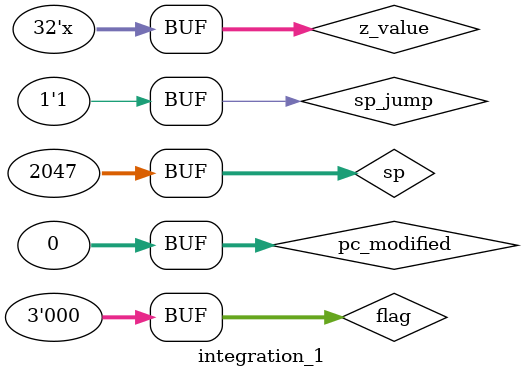
<source format=v>
module integration_1 (/*input, output later*/); 
localparam Num_of_bits=16;  //width of instruction assumnig immediate separated from instruction
localparam Num_of_registers=6 ; //////////must be 20
localparam pc_width=32;
localparam sp_width=32;
localparam op_code_width=5;
localparam Num_alu=13; //number of alu instructions
localparam CS_NUM=34; //number of signals with alu instruction
localparam pop_width=32; //pop width
//wire pc=2**5; //how to fill instraction from 0 to 2**5 to start from 2**5
//reg pc=2**5;
reg [pc_width-1:0] pc=0;
wire [pc_width-1:0] pc_modified=0;
wire [sp_width-1:0] sp=2**11 -1;
wire clk;
wire [Num_of_bits-1:0] instuction, immediate;
wire [Num_alu-1:0] alu_controls;
wire cs_push,cs_pop,cs_ldm,cs_ldd,cs_std,cs_jz,cs_jn,cs_jc,cs_jmp,
       cs_call,cs_ret,cs_rti,cs_setc,cs_clrc,cs_mem_read,cs_mem_write,
	   cs_reg_write,cs_int,cs_reset,cs_alu_op,cs_mem_op;
wire [pop_width-1:0] data;
wire [Num_of_bits-1:0] read_data1,read_data2;
wire [2:0] flag=0;
wire [15:0] result;
wire [sp_width-1:0] read_data2_result, mem_address;
wire [pop_width-1:0] value, flag_result;
wire [pop_width-1:0] read_data1_result; //if pop width = 16 we will not make sign extend
wire [pc_width-1:0] z_value=32'bz;
wire selector_2, selector_3, selector_5, selector_6, selector_7;
wire [1:0] selector_1, selector_4;
wire [15:0] write_data, op2;
wire sp_jump=1;

instruction_memory #(Num_of_bits,pc_width,Num_of_registers) inst_mem_stage ( .clk(clk),.pc(pc),.instuction(instuction),.immediate(immediate));

always@(negedge clk)
begin 
pc = pc_modified;
end
//delete
//if we change pop width to be 16bit we have to change input 'data' this in mux
//mux_generic_2bit_selector #(32) mux_1(0, 2**5, data, pc+1, selector_1, pc);

//equation of this selector for phase 1	
assign selector_1 = ~cs_ldm;
mux_generic #(32) mux_1(pc+1, pc+2, selector_1, pc_modified);


control_unit #(op_code_width,Num_alu,CS_NUM) cont_unit((instuction[Num_of_bits-1:Num_of_bits-op_code_width]),alu_controls,cs_push,cs_pop,
                                              cs_ldm,cs_ldd,cs_std,cs_jz,cs_jn,cs_jc,cs_jmp,cs_call,cs_ret,cs_rti,cs_setc,cs_clrc,
											  cs_mem_read,cs_mem_write,cs_reg_write,cs_int,cs_reset,cs_alu_op,cs_mem_op);

decode_ciruit #(16,3) decode_stage (.clk(clk) ,.write_enable(cs_reg_write),.write_data(write_data),
                              .write_address(instuction[Num_of_bits-op_code_width-4:Num_of_bits-op_code_width-6]), //7:5
							  .read_address1(instuction[Num_of_bits-op_code_width-1:Num_of_bits-op_code_width-3]), //10:8
                              .read_address2(instuction[Num_of_bits-op_code_width-4:Num_of_bits-op_code_width-6]), //7:5
							  .read_data1(read_data1), .read_data2(read_data2));

//delete
//mux_generic #(3) mux_7(flag, data[pop_width-14:pop_width-16], selector_7, flag); //14 => -16+2

//deleted for all phases
//mux_generic #(16) mux_6(read_data2, immediate, selector_6, op2);

assign op2 = read_data2;
alu alu_stage(.op1(read_data1),.op2(op2),.shamt(shamt),.alu_operation(alu_controls),.clk(clk),.flag(flag),.result(result));

//delete
//sign_extend extend_1(read_data2,read_data2_result);

assign mem_address = read_data2_result;

//delete
//mux_generic #(32) mux_2(read_data2_result, sp, selector_2, mem_address);

//delete
//sign_extend extend_2(flag,flag_result);

//delete
//sign_extend extend_3(read_data1,read_data1_result);

assign value = read_data1_result;
//delete
//mux_generic_2bit_selector #(pop_width) mux_4(flag_result, pc, read_data1_result, z_value, selector_4, value);

data_stack_memory #(16,sp_width,11) memory_stage (.clk(clk) ,.write_enable(cs_mem_write),.read_enable(cs_mem_read),
                                            .write_data(value) ,.address(mem_address),.read_data(data));
											


//delete	
//mux_generic #(16) mux_5(sp+sp_jump, sp-sp_jump, selector_5, sp);

//equation of this selector for phase 1	
assign selector_3 = cs_ldm;
//if cs_ldm = 0 then we will take consider to take result but later we will change the concept of choosing selector_3
mux_generic #(16) mux_3(result, immediate, selector_3, write_data);
//delete	
//mux_generic_2bit_selector #(16) mux_3(result, immediate, data[pop_width-1:pop_width-16],z_value, selector_3, write_data);

endmodule

</source>
